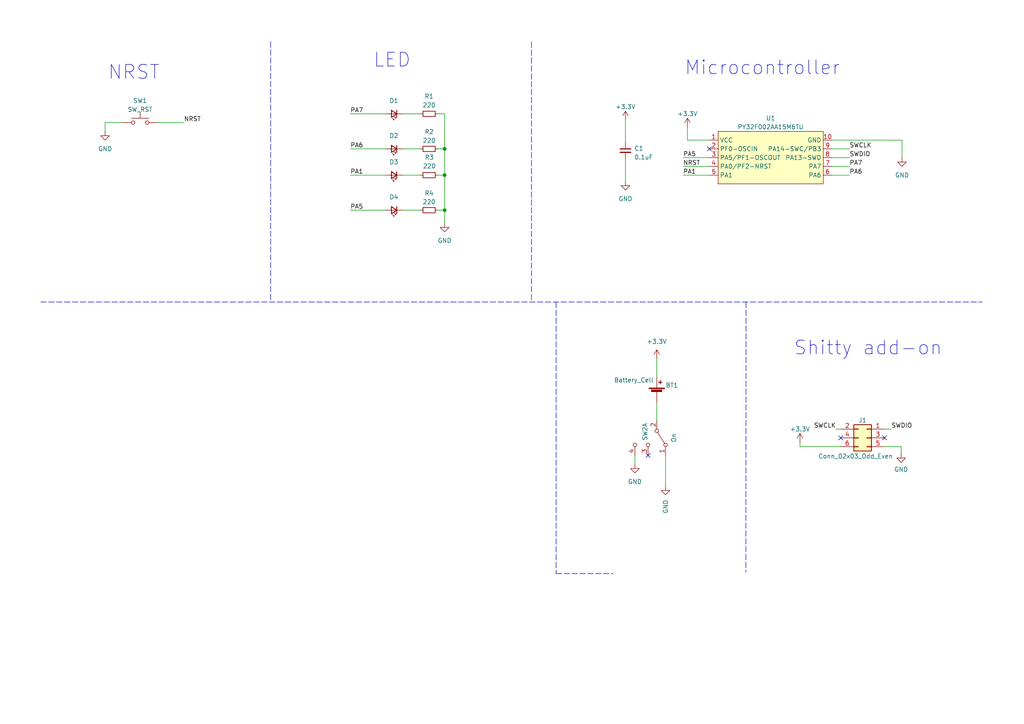
<source format=kicad_sch>
(kicad_sch
	(version 20231120)
	(generator "eeschema")
	(generator_version "8.0")
	(uuid "981b7065-c99a-4a57-aa85-fea00393bf5b")
	(paper "A4")
	(lib_symbols
		(symbol "Connector_Generic:Conn_02x03_Odd_Even"
			(pin_names
				(offset 1.016) hide)
			(exclude_from_sim no)
			(in_bom yes)
			(on_board yes)
			(property "Reference" "J"
				(at 1.27 5.08 0)
				(effects
					(font
						(size 1.27 1.27)
					)
				)
			)
			(property "Value" "Conn_02x03_Odd_Even"
				(at 1.27 -5.08 0)
				(effects
					(font
						(size 1.27 1.27)
					)
				)
			)
			(property "Footprint" ""
				(at 0 0 0)
				(effects
					(font
						(size 1.27 1.27)
					)
					(hide yes)
				)
			)
			(property "Datasheet" "~"
				(at 0 0 0)
				(effects
					(font
						(size 1.27 1.27)
					)
					(hide yes)
				)
			)
			(property "Description" "Generic connector, double row, 02x03, odd/even pin numbering scheme (row 1 odd numbers, row 2 even numbers), script generated (kicad-library-utils/schlib/autogen/connector/)"
				(at 0 0 0)
				(effects
					(font
						(size 1.27 1.27)
					)
					(hide yes)
				)
			)
			(property "ki_keywords" "connector"
				(at 0 0 0)
				(effects
					(font
						(size 1.27 1.27)
					)
					(hide yes)
				)
			)
			(property "ki_fp_filters" "Connector*:*_2x??_*"
				(at 0 0 0)
				(effects
					(font
						(size 1.27 1.27)
					)
					(hide yes)
				)
			)
			(symbol "Conn_02x03_Odd_Even_1_1"
				(rectangle
					(start -1.27 -2.413)
					(end 0 -2.667)
					(stroke
						(width 0.1524)
						(type default)
					)
					(fill
						(type none)
					)
				)
				(rectangle
					(start -1.27 0.127)
					(end 0 -0.127)
					(stroke
						(width 0.1524)
						(type default)
					)
					(fill
						(type none)
					)
				)
				(rectangle
					(start -1.27 2.667)
					(end 0 2.413)
					(stroke
						(width 0.1524)
						(type default)
					)
					(fill
						(type none)
					)
				)
				(rectangle
					(start -1.27 3.81)
					(end 3.81 -3.81)
					(stroke
						(width 0.254)
						(type default)
					)
					(fill
						(type background)
					)
				)
				(rectangle
					(start 3.81 -2.413)
					(end 2.54 -2.667)
					(stroke
						(width 0.1524)
						(type default)
					)
					(fill
						(type none)
					)
				)
				(rectangle
					(start 3.81 0.127)
					(end 2.54 -0.127)
					(stroke
						(width 0.1524)
						(type default)
					)
					(fill
						(type none)
					)
				)
				(rectangle
					(start 3.81 2.667)
					(end 2.54 2.413)
					(stroke
						(width 0.1524)
						(type default)
					)
					(fill
						(type none)
					)
				)
				(pin passive line
					(at -5.08 2.54 0)
					(length 3.81)
					(name "Pin_1"
						(effects
							(font
								(size 1.27 1.27)
							)
						)
					)
					(number "1"
						(effects
							(font
								(size 1.27 1.27)
							)
						)
					)
				)
				(pin passive line
					(at 7.62 2.54 180)
					(length 3.81)
					(name "Pin_2"
						(effects
							(font
								(size 1.27 1.27)
							)
						)
					)
					(number "2"
						(effects
							(font
								(size 1.27 1.27)
							)
						)
					)
				)
				(pin passive line
					(at -5.08 0 0)
					(length 3.81)
					(name "Pin_3"
						(effects
							(font
								(size 1.27 1.27)
							)
						)
					)
					(number "3"
						(effects
							(font
								(size 1.27 1.27)
							)
						)
					)
				)
				(pin passive line
					(at 7.62 0 180)
					(length 3.81)
					(name "Pin_4"
						(effects
							(font
								(size 1.27 1.27)
							)
						)
					)
					(number "4"
						(effects
							(font
								(size 1.27 1.27)
							)
						)
					)
				)
				(pin passive line
					(at -5.08 -2.54 0)
					(length 3.81)
					(name "Pin_5"
						(effects
							(font
								(size 1.27 1.27)
							)
						)
					)
					(number "5"
						(effects
							(font
								(size 1.27 1.27)
							)
						)
					)
				)
				(pin passive line
					(at 7.62 -2.54 180)
					(length 3.81)
					(name "Pin_6"
						(effects
							(font
								(size 1.27 1.27)
							)
						)
					)
					(number "6"
						(effects
							(font
								(size 1.27 1.27)
							)
						)
					)
				)
			)
		)
		(symbol "Device:Battery_Cell"
			(pin_numbers hide)
			(pin_names
				(offset 0) hide)
			(exclude_from_sim no)
			(in_bom yes)
			(on_board yes)
			(property "Reference" "BT1"
				(at 2.54 2.54 0)
				(effects
					(font
						(size 1.27 1.27)
					)
					(justify left)
				)
			)
			(property "Value" "Battery_Cell"
				(at -12.446 4.064 0)
				(effects
					(font
						(size 1.27 1.27)
					)
					(justify left)
				)
			)
			(property "Footprint" "Batteries:BAT-HLD-001"
				(at 0 1.524 90)
				(effects
					(font
						(size 1.27 1.27)
					)
					(hide yes)
				)
			)
			(property "Datasheet" ""
				(at 0 1.524 90)
				(effects
					(font
						(size 1.27 1.27)
					)
				)
			)
			(property "Description" "Single-cell battery"
				(at 0 0 0)
				(effects
					(font
						(size 1.27 1.27)
					)
					(hide yes)
				)
			)
			(property "LCSC#" ""
				(at 0 0 0)
				(effects
					(font
						(size 1.27 1.27)
					)
					(hide yes)
				)
			)
			(property "manf#" "BAT-HLD-001"
				(at 0 0 0)
				(effects
					(font
						(size 1.27 1.27)
					)
					(hide yes)
				)
			)
			(property "ki_keywords" "battery cell"
				(at 0 0 0)
				(effects
					(font
						(size 1.27 1.27)
					)
					(hide yes)
				)
			)
			(symbol "Battery_Cell_0_1"
				(rectangle
					(start -2.286 1.778)
					(end 2.286 1.524)
					(stroke
						(width 0)
						(type default)
					)
					(fill
						(type outline)
					)
				)
				(rectangle
					(start -1.5748 1.1938)
					(end 1.4732 0.6858)
					(stroke
						(width 0)
						(type default)
					)
					(fill
						(type outline)
					)
				)
				(polyline
					(pts
						(xy 0 0.762) (xy 0 0)
					)
					(stroke
						(width 0)
						(type default)
					)
					(fill
						(type none)
					)
				)
				(polyline
					(pts
						(xy 0 1.778) (xy 0 2.54)
					)
					(stroke
						(width 0)
						(type default)
					)
					(fill
						(type none)
					)
				)
				(polyline
					(pts
						(xy 0.508 3.429) (xy 1.524 3.429)
					)
					(stroke
						(width 0.254)
						(type default)
					)
					(fill
						(type none)
					)
				)
				(polyline
					(pts
						(xy 1.016 3.937) (xy 1.016 2.921)
					)
					(stroke
						(width 0.254)
						(type default)
					)
					(fill
						(type none)
					)
				)
			)
			(symbol "Battery_Cell_1_1"
				(pin passive line
					(at 0 -2.54 90)
					(length 2.54)
					(name "-"
						(effects
							(font
								(size 1.27 1.27)
							)
						)
					)
					(number "1"
						(effects
							(font
								(size 1.27 1.27)
							)
						)
					)
				)
				(pin passive line
					(at 0 5.08 270)
					(length 2.54)
					(name "+"
						(effects
							(font
								(size 1.27 1.27)
							)
						)
					)
					(number "2"
						(effects
							(font
								(size 1.27 1.27)
							)
						)
					)
				)
			)
		)
		(symbol "Device:C_Small"
			(pin_numbers hide)
			(pin_names
				(offset 0.254) hide)
			(exclude_from_sim no)
			(in_bom yes)
			(on_board yes)
			(property "Reference" "C"
				(at 0.254 1.778 0)
				(effects
					(font
						(size 1.27 1.27)
					)
					(justify left)
				)
			)
			(property "Value" "C_Small"
				(at 0.254 -2.032 0)
				(effects
					(font
						(size 1.27 1.27)
					)
					(justify left)
				)
			)
			(property "Footprint" ""
				(at 0 0 0)
				(effects
					(font
						(size 1.27 1.27)
					)
					(hide yes)
				)
			)
			(property "Datasheet" "~"
				(at 0 0 0)
				(effects
					(font
						(size 1.27 1.27)
					)
					(hide yes)
				)
			)
			(property "Description" "Unpolarized capacitor, small symbol"
				(at 0 0 0)
				(effects
					(font
						(size 1.27 1.27)
					)
					(hide yes)
				)
			)
			(property "ki_keywords" "capacitor cap"
				(at 0 0 0)
				(effects
					(font
						(size 1.27 1.27)
					)
					(hide yes)
				)
			)
			(property "ki_fp_filters" "C_*"
				(at 0 0 0)
				(effects
					(font
						(size 1.27 1.27)
					)
					(hide yes)
				)
			)
			(symbol "C_Small_0_1"
				(polyline
					(pts
						(xy -1.524 -0.508) (xy 1.524 -0.508)
					)
					(stroke
						(width 0.3302)
						(type default)
					)
					(fill
						(type none)
					)
				)
				(polyline
					(pts
						(xy -1.524 0.508) (xy 1.524 0.508)
					)
					(stroke
						(width 0.3048)
						(type default)
					)
					(fill
						(type none)
					)
				)
			)
			(symbol "C_Small_1_1"
				(pin passive line
					(at 0 2.54 270)
					(length 2.032)
					(name "~"
						(effects
							(font
								(size 1.27 1.27)
							)
						)
					)
					(number "1"
						(effects
							(font
								(size 1.27 1.27)
							)
						)
					)
				)
				(pin passive line
					(at 0 -2.54 90)
					(length 2.032)
					(name "~"
						(effects
							(font
								(size 1.27 1.27)
							)
						)
					)
					(number "2"
						(effects
							(font
								(size 1.27 1.27)
							)
						)
					)
				)
			)
		)
		(symbol "Device:LED_Small"
			(pin_numbers hide)
			(pin_names
				(offset 0.254) hide)
			(exclude_from_sim no)
			(in_bom yes)
			(on_board yes)
			(property "Reference" "D"
				(at -1.27 3.175 0)
				(effects
					(font
						(size 1.27 1.27)
					)
					(justify left)
				)
			)
			(property "Value" "LED_Small"
				(at -4.445 -2.54 0)
				(effects
					(font
						(size 1.27 1.27)
					)
					(justify left)
				)
			)
			(property "Footprint" ""
				(at 0 0 90)
				(effects
					(font
						(size 1.27 1.27)
					)
					(hide yes)
				)
			)
			(property "Datasheet" "~"
				(at 0 0 90)
				(effects
					(font
						(size 1.27 1.27)
					)
					(hide yes)
				)
			)
			(property "Description" "Light emitting diode, small symbol"
				(at 0 0 0)
				(effects
					(font
						(size 1.27 1.27)
					)
					(hide yes)
				)
			)
			(property "ki_keywords" "LED diode light-emitting-diode"
				(at 0 0 0)
				(effects
					(font
						(size 1.27 1.27)
					)
					(hide yes)
				)
			)
			(property "ki_fp_filters" "LED* LED_SMD:* LED_THT:*"
				(at 0 0 0)
				(effects
					(font
						(size 1.27 1.27)
					)
					(hide yes)
				)
			)
			(symbol "LED_Small_0_1"
				(polyline
					(pts
						(xy -0.762 -1.016) (xy -0.762 1.016)
					)
					(stroke
						(width 0.254)
						(type default)
					)
					(fill
						(type none)
					)
				)
				(polyline
					(pts
						(xy 1.016 0) (xy -0.762 0)
					)
					(stroke
						(width 0)
						(type default)
					)
					(fill
						(type none)
					)
				)
				(polyline
					(pts
						(xy 0.762 -1.016) (xy -0.762 0) (xy 0.762 1.016) (xy 0.762 -1.016)
					)
					(stroke
						(width 0.254)
						(type default)
					)
					(fill
						(type none)
					)
				)
				(polyline
					(pts
						(xy 0 0.762) (xy -0.508 1.27) (xy -0.254 1.27) (xy -0.508 1.27) (xy -0.508 1.016)
					)
					(stroke
						(width 0)
						(type default)
					)
					(fill
						(type none)
					)
				)
				(polyline
					(pts
						(xy 0.508 1.27) (xy 0 1.778) (xy 0.254 1.778) (xy 0 1.778) (xy 0 1.524)
					)
					(stroke
						(width 0)
						(type default)
					)
					(fill
						(type none)
					)
				)
			)
			(symbol "LED_Small_1_1"
				(pin passive line
					(at -2.54 0 0)
					(length 1.778)
					(name "K"
						(effects
							(font
								(size 1.27 1.27)
							)
						)
					)
					(number "1"
						(effects
							(font
								(size 1.27 1.27)
							)
						)
					)
				)
				(pin passive line
					(at 2.54 0 180)
					(length 1.778)
					(name "A"
						(effects
							(font
								(size 1.27 1.27)
							)
						)
					)
					(number "2"
						(effects
							(font
								(size 1.27 1.27)
							)
						)
					)
				)
			)
		)
		(symbol "Device:R_Small"
			(pin_numbers hide)
			(pin_names
				(offset 0.254) hide)
			(exclude_from_sim no)
			(in_bom yes)
			(on_board yes)
			(property "Reference" "R"
				(at 0.762 0.508 0)
				(effects
					(font
						(size 1.27 1.27)
					)
					(justify left)
				)
			)
			(property "Value" "R_Small"
				(at 0.762 -1.016 0)
				(effects
					(font
						(size 1.27 1.27)
					)
					(justify left)
				)
			)
			(property "Footprint" ""
				(at 0 0 0)
				(effects
					(font
						(size 1.27 1.27)
					)
					(hide yes)
				)
			)
			(property "Datasheet" "~"
				(at 0 0 0)
				(effects
					(font
						(size 1.27 1.27)
					)
					(hide yes)
				)
			)
			(property "Description" "Resistor, small symbol"
				(at 0 0 0)
				(effects
					(font
						(size 1.27 1.27)
					)
					(hide yes)
				)
			)
			(property "ki_keywords" "R resistor"
				(at 0 0 0)
				(effects
					(font
						(size 1.27 1.27)
					)
					(hide yes)
				)
			)
			(property "ki_fp_filters" "R_*"
				(at 0 0 0)
				(effects
					(font
						(size 1.27 1.27)
					)
					(hide yes)
				)
			)
			(symbol "R_Small_0_1"
				(rectangle
					(start -0.762 1.778)
					(end 0.762 -1.778)
					(stroke
						(width 0.2032)
						(type default)
					)
					(fill
						(type none)
					)
				)
			)
			(symbol "R_Small_1_1"
				(pin passive line
					(at 0 2.54 270)
					(length 0.762)
					(name "~"
						(effects
							(font
								(size 1.27 1.27)
							)
						)
					)
					(number "1"
						(effects
							(font
								(size 1.27 1.27)
							)
						)
					)
				)
				(pin passive line
					(at 0 -2.54 90)
					(length 0.762)
					(name "~"
						(effects
							(font
								(size 1.27 1.27)
							)
						)
					)
					(number "2"
						(effects
							(font
								(size 1.27 1.27)
							)
						)
					)
				)
			)
		)
		(symbol "MCU_PY32F002:PY32F002AA15M6TU"
			(exclude_from_sim no)
			(in_bom yes)
			(on_board yes)
			(property "Reference" "U"
				(at 0 0 0)
				(effects
					(font
						(size 1.27 1.27)
					)
				)
			)
			(property "Value" "PY32F002AA15M6TU"
				(at 6.35 -17.78 0)
				(effects
					(font
						(size 1.27 1.27)
					)
				)
			)
			(property "Footprint" ""
				(at 0 0 0)
				(effects
					(font
						(size 1.27 1.27)
					)
					(hide yes)
				)
			)
			(property "Datasheet" "https://datasheet.lcsc.com/lcsc/2303271200_PUYA--PY32F002AA15M6TU_C5292058.pdf"
				(at 8.89 -20.32 0)
				(effects
					(font
						(size 1.27 1.27)
					)
					(hide yes)
				)
			)
			(property "Description" ""
				(at 0 0 0)
				(effects
					(font
						(size 1.27 1.27)
					)
					(hide yes)
				)
			)
			(symbol "PY32F002AA15M6TU_1_1"
				(rectangle
					(start -3.81 -1.27)
					(end 26.67 -16.51)
					(stroke
						(width 0)
						(type default)
					)
					(fill
						(type background)
					)
				)
				(pin input line
					(at -6.35 -3.81 0)
					(length 2.54)
					(name "VCC"
						(effects
							(font
								(size 1.27 1.27)
							)
						)
					)
					(number "1"
						(effects
							(font
								(size 1.27 1.27)
							)
						)
					)
				)
				(pin input line
					(at 29.21 -3.81 180)
					(length 2.54)
					(name "GND"
						(effects
							(font
								(size 1.27 1.27)
							)
						)
					)
					(number "10"
						(effects
							(font
								(size 1.27 1.27)
							)
						)
					)
				)
				(pin input line
					(at -6.35 -6.35 0)
					(length 2.54)
					(name "PF0-OSCIN"
						(effects
							(font
								(size 1.27 1.27)
							)
						)
					)
					(number "2"
						(effects
							(font
								(size 1.27 1.27)
							)
						)
					)
				)
				(pin input line
					(at -6.35 -8.89 0)
					(length 2.54)
					(name "PA5/PF1-OSCOUT"
						(effects
							(font
								(size 1.27 1.27)
							)
						)
					)
					(number "3"
						(effects
							(font
								(size 1.27 1.27)
							)
						)
					)
				)
				(pin input line
					(at -6.35 -11.43 0)
					(length 2.54)
					(name "PA0/PF2-NRST"
						(effects
							(font
								(size 1.27 1.27)
							)
						)
					)
					(number "4"
						(effects
							(font
								(size 1.27 1.27)
							)
						)
					)
				)
				(pin input line
					(at -6.35 -13.97 0)
					(length 2.54)
					(name "PA1"
						(effects
							(font
								(size 1.27 1.27)
							)
						)
					)
					(number "5"
						(effects
							(font
								(size 1.27 1.27)
							)
						)
					)
				)
				(pin input line
					(at 29.21 -13.97 180)
					(length 2.54)
					(name "PA6"
						(effects
							(font
								(size 1.27 1.27)
							)
						)
					)
					(number "6"
						(effects
							(font
								(size 1.27 1.27)
							)
						)
					)
				)
				(pin input line
					(at 29.21 -11.43 180)
					(length 2.54)
					(name "PA7"
						(effects
							(font
								(size 1.27 1.27)
							)
						)
					)
					(number "7"
						(effects
							(font
								(size 1.27 1.27)
							)
						)
					)
				)
				(pin input line
					(at 29.21 -8.89 180)
					(length 2.54)
					(name "PA13-SWD"
						(effects
							(font
								(size 1.27 1.27)
							)
						)
					)
					(number "8"
						(effects
							(font
								(size 1.27 1.27)
							)
						)
					)
				)
				(pin input line
					(at 29.21 -6.35 180)
					(length 2.54)
					(name "PA14-SWC/PB3"
						(effects
							(font
								(size 1.27 1.27)
							)
						)
					)
					(number "9"
						(effects
							(font
								(size 1.27 1.27)
							)
						)
					)
				)
			)
		)
		(symbol "Switch:SW_DPDT_x2"
			(pin_names
				(offset 0) hide)
			(exclude_from_sim no)
			(in_bom yes)
			(on_board yes)
			(property "Reference" "SW2"
				(at -1.778 -3.429 0)
				(effects
					(font
						(size 1.27 1.27)
					)
				)
			)
			(property "Value" "On"
				(at 0 4.9276 0)
				(effects
					(font
						(size 1.27 1.27)
					)
				)
			)
			(property "Footprint" "Footprints:MSK12C02"
				(at 0 0 0)
				(effects
					(font
						(size 1.27 1.27)
					)
					(hide yes)
				)
			)
			(property "Datasheet" "~"
				(at 0 0 0)
				(effects
					(font
						(size 1.27 1.27)
					)
					(hide yes)
				)
			)
			(property "Description" "Switch, dual pole double throw, separate symbols"
				(at 0 0 0)
				(effects
					(font
						(size 1.27 1.27)
					)
					(hide yes)
				)
			)
			(property "manf#" ""
				(at 0 0 0)
				(effects
					(font
						(size 1.27 1.27)
					)
					(hide yes)
				)
			)
			(property "LCSC#" "C431540"
				(at 0 0 0)
				(effects
					(font
						(size 1.27 1.27)
					)
					(hide yes)
				)
			)
			(property "ki_keywords" "switch dual-pole double-throw DPDT spdt ON-ON"
				(at 0 0 0)
				(effects
					(font
						(size 1.27 1.27)
					)
					(hide yes)
				)
			)
			(property "ki_fp_filters" "SW*DPDT*"
				(at 0 0 0)
				(effects
					(font
						(size 1.27 1.27)
					)
					(hide yes)
				)
			)
			(symbol "SW_DPDT_x2_0_0"
				(circle
					(center -2.032 0)
					(radius 0.508)
					(stroke
						(width 0)
						(type default)
					)
					(fill
						(type none)
					)
				)
				(circle
					(center 2.032 -6.35)
					(radius 0.508)
					(stroke
						(width 0)
						(type default)
					)
					(fill
						(type none)
					)
				)
				(circle
					(center 2.032 -2.54)
					(radius 0.508)
					(stroke
						(width 0)
						(type default)
					)
					(fill
						(type none)
					)
				)
			)
			(symbol "SW_DPDT_x2_0_1"
				(polyline
					(pts
						(xy -1.524 0.254) (xy 1.651 2.286)
					)
					(stroke
						(width 0)
						(type default)
					)
					(fill
						(type none)
					)
				)
				(circle
					(center 2.032 2.54)
					(radius 0.508)
					(stroke
						(width 0)
						(type default)
					)
					(fill
						(type none)
					)
				)
			)
			(symbol "SW_DPDT_x2_1_1"
				(pin passive line
					(at 5.08 2.54 180)
					(length 2.54)
					(name "A"
						(effects
							(font
								(size 1.27 1.27)
							)
						)
					)
					(number "1"
						(effects
							(font
								(size 1.27 1.27)
							)
						)
					)
				)
				(pin passive line
					(at -5.08 0 0)
					(length 2.54)
					(name "B"
						(effects
							(font
								(size 1.27 1.27)
							)
						)
					)
					(number "2"
						(effects
							(font
								(size 1.27 1.27)
							)
						)
					)
				)
				(pin passive line
					(at 5.08 -2.54 180)
					(length 2.54)
					(name "C"
						(effects
							(font
								(size 1.27 1.27)
							)
						)
					)
					(number "3"
						(effects
							(font
								(size 1.27 1.27)
							)
						)
					)
				)
				(pin passive line
					(at 5.08 -6.35 180)
					(length 2.54)
					(name "C"
						(effects
							(font
								(size 1.27 1.27)
							)
						)
					)
					(number "4"
						(effects
							(font
								(size 1.27 1.27)
							)
						)
					)
				)
			)
			(symbol "SW_DPDT_x2_2_1"
				(pin passive line
					(at 5.08 2.54 180)
					(length 2.54)
					(name "A"
						(effects
							(font
								(size 1.27 1.27)
							)
						)
					)
					(number "4"
						(effects
							(font
								(size 1.27 1.27)
							)
						)
					)
				)
				(pin passive line
					(at -5.08 0 0)
					(length 2.54)
					(name "B"
						(effects
							(font
								(size 1.27 1.27)
							)
						)
					)
					(number "5"
						(effects
							(font
								(size 1.27 1.27)
							)
						)
					)
				)
				(pin passive line
					(at 5.08 -2.54 180)
					(length 2.54)
					(name "C"
						(effects
							(font
								(size 1.27 1.27)
							)
						)
					)
					(number "6"
						(effects
							(font
								(size 1.27 1.27)
							)
						)
					)
				)
			)
		)
		(symbol "Switch:SW_Push"
			(pin_numbers hide)
			(pin_names
				(offset 1.016) hide)
			(exclude_from_sim no)
			(in_bom yes)
			(on_board yes)
			(property "Reference" "SW"
				(at 1.27 2.54 0)
				(effects
					(font
						(size 1.27 1.27)
					)
					(justify left)
				)
			)
			(property "Value" "SW_Push"
				(at 0 -1.524 0)
				(effects
					(font
						(size 1.27 1.27)
					)
				)
			)
			(property "Footprint" ""
				(at 0 5.08 0)
				(effects
					(font
						(size 1.27 1.27)
					)
					(hide yes)
				)
			)
			(property "Datasheet" "~"
				(at 0 5.08 0)
				(effects
					(font
						(size 1.27 1.27)
					)
					(hide yes)
				)
			)
			(property "Description" "Push button switch, generic, two pins"
				(at 0 0 0)
				(effects
					(font
						(size 1.27 1.27)
					)
					(hide yes)
				)
			)
			(property "ki_keywords" "switch normally-open pushbutton push-button"
				(at 0 0 0)
				(effects
					(font
						(size 1.27 1.27)
					)
					(hide yes)
				)
			)
			(symbol "SW_Push_0_1"
				(circle
					(center -2.032 0)
					(radius 0.508)
					(stroke
						(width 0)
						(type default)
					)
					(fill
						(type none)
					)
				)
				(polyline
					(pts
						(xy 0 1.27) (xy 0 3.048)
					)
					(stroke
						(width 0)
						(type default)
					)
					(fill
						(type none)
					)
				)
				(polyline
					(pts
						(xy 2.54 1.27) (xy -2.54 1.27)
					)
					(stroke
						(width 0)
						(type default)
					)
					(fill
						(type none)
					)
				)
				(circle
					(center 2.032 0)
					(radius 0.508)
					(stroke
						(width 0)
						(type default)
					)
					(fill
						(type none)
					)
				)
				(pin passive line
					(at -5.08 0 0)
					(length 2.54)
					(name "1"
						(effects
							(font
								(size 1.27 1.27)
							)
						)
					)
					(number "1"
						(effects
							(font
								(size 1.27 1.27)
							)
						)
					)
				)
				(pin passive line
					(at 5.08 0 180)
					(length 2.54)
					(name "2"
						(effects
							(font
								(size 1.27 1.27)
							)
						)
					)
					(number "2"
						(effects
							(font
								(size 1.27 1.27)
							)
						)
					)
				)
			)
		)
		(symbol "power:+3.3V"
			(power)
			(pin_names
				(offset 0)
			)
			(exclude_from_sim no)
			(in_bom yes)
			(on_board yes)
			(property "Reference" "#PWR"
				(at 0 -3.81 0)
				(effects
					(font
						(size 1.27 1.27)
					)
					(hide yes)
				)
			)
			(property "Value" "+3.3V"
				(at 0 3.556 0)
				(effects
					(font
						(size 1.27 1.27)
					)
				)
			)
			(property "Footprint" ""
				(at 0 0 0)
				(effects
					(font
						(size 1.27 1.27)
					)
					(hide yes)
				)
			)
			(property "Datasheet" ""
				(at 0 0 0)
				(effects
					(font
						(size 1.27 1.27)
					)
					(hide yes)
				)
			)
			(property "Description" "Power symbol creates a global label with name \"+3.3V\""
				(at 0 0 0)
				(effects
					(font
						(size 1.27 1.27)
					)
					(hide yes)
				)
			)
			(property "ki_keywords" "global power"
				(at 0 0 0)
				(effects
					(font
						(size 1.27 1.27)
					)
					(hide yes)
				)
			)
			(symbol "+3.3V_0_1"
				(polyline
					(pts
						(xy -0.762 1.27) (xy 0 2.54)
					)
					(stroke
						(width 0)
						(type default)
					)
					(fill
						(type none)
					)
				)
				(polyline
					(pts
						(xy 0 0) (xy 0 2.54)
					)
					(stroke
						(width 0)
						(type default)
					)
					(fill
						(type none)
					)
				)
				(polyline
					(pts
						(xy 0 2.54) (xy 0.762 1.27)
					)
					(stroke
						(width 0)
						(type default)
					)
					(fill
						(type none)
					)
				)
			)
			(symbol "+3.3V_1_1"
				(pin power_in line
					(at 0 0 90)
					(length 0) hide
					(name "+3.3V"
						(effects
							(font
								(size 1.27 1.27)
							)
						)
					)
					(number "1"
						(effects
							(font
								(size 1.27 1.27)
							)
						)
					)
				)
			)
		)
		(symbol "power:GND"
			(power)
			(pin_names
				(offset 0)
			)
			(exclude_from_sim no)
			(in_bom yes)
			(on_board yes)
			(property "Reference" "#PWR"
				(at 0 -6.35 0)
				(effects
					(font
						(size 1.27 1.27)
					)
					(hide yes)
				)
			)
			(property "Value" "GND"
				(at 0 -3.81 0)
				(effects
					(font
						(size 1.27 1.27)
					)
				)
			)
			(property "Footprint" ""
				(at 0 0 0)
				(effects
					(font
						(size 1.27 1.27)
					)
					(hide yes)
				)
			)
			(property "Datasheet" ""
				(at 0 0 0)
				(effects
					(font
						(size 1.27 1.27)
					)
					(hide yes)
				)
			)
			(property "Description" "Power symbol creates a global label with name \"GND\" , ground"
				(at 0 0 0)
				(effects
					(font
						(size 1.27 1.27)
					)
					(hide yes)
				)
			)
			(property "ki_keywords" "global power"
				(at 0 0 0)
				(effects
					(font
						(size 1.27 1.27)
					)
					(hide yes)
				)
			)
			(symbol "GND_0_1"
				(polyline
					(pts
						(xy 0 0) (xy 0 -1.27) (xy 1.27 -1.27) (xy 0 -2.54) (xy -1.27 -1.27) (xy 0 -1.27)
					)
					(stroke
						(width 0)
						(type default)
					)
					(fill
						(type none)
					)
				)
			)
			(symbol "GND_1_1"
				(pin power_in line
					(at 0 0 270)
					(length 0) hide
					(name "GND"
						(effects
							(font
								(size 1.27 1.27)
							)
						)
					)
					(number "1"
						(effects
							(font
								(size 1.27 1.27)
							)
						)
					)
				)
			)
		)
	)
	(junction
		(at 128.9558 50.8)
		(diameter 0)
		(color 0 0 0 0)
		(uuid "22988815-a5e6-423a-ba6d-768d399840e5")
	)
	(junction
		(at 128.9558 43.18)
		(diameter 0)
		(color 0 0 0 0)
		(uuid "4ac0d79e-f1ff-48ec-bddf-298ce76fda95")
	)
	(junction
		(at 128.9558 60.96)
		(diameter 0)
		(color 0 0 0 0)
		(uuid "c0051ac1-af9d-48cc-bc21-f6e2aaa1adb8")
	)
	(no_connect
		(at 205.74 43.18)
		(uuid "3926f22b-8161-4243-b77b-e97bc66c4449")
	)
	(no_connect
		(at 243.84 127)
		(uuid "cb1aff31-bcc4-4367-9a44-a081299f4549")
	)
	(no_connect
		(at 187.96 132.08)
		(uuid "e6d2745b-a8df-4eed-957c-643d928eac39")
	)
	(no_connect
		(at 256.54 127)
		(uuid "f2769304-7ae4-4aa0-b894-bc08ac6b43ea")
	)
	(wire
		(pts
			(xy 193.04 132.08) (xy 193.04 140.97)
		)
		(stroke
			(width 0)
			(type default)
		)
		(uuid "00f8a09c-661e-4805-8445-c7ba0896a70f")
	)
	(wire
		(pts
			(xy 241.3 43.18) (xy 246.38 43.18)
		)
		(stroke
			(width 0)
			(type default)
		)
		(uuid "02f214d0-20c3-4374-a431-9e504650b672")
	)
	(wire
		(pts
			(xy 190.5 116.84) (xy 190.5 121.92)
		)
		(stroke
			(width 0)
			(type default)
		)
		(uuid "08ac327e-b953-446f-b632-9d557297dcfd")
	)
	(wire
		(pts
			(xy 101.6 33.02) (xy 111.76 33.02)
		)
		(stroke
			(width 0)
			(type default)
		)
		(uuid "124c8098-c975-4264-8ce3-47027126c7d3")
	)
	(wire
		(pts
			(xy 205.74 40.64) (xy 199.39 40.64)
		)
		(stroke
			(width 0)
			(type default)
		)
		(uuid "129ad4e0-90bc-4f6e-b79e-cc79fe2956ff")
	)
	(wire
		(pts
			(xy 128.9558 60.96) (xy 128.9558 64.6938)
		)
		(stroke
			(width 0)
			(type default)
		)
		(uuid "1a7ccaf0-d2c9-4525-b770-95e130b9e2a9")
	)
	(wire
		(pts
			(xy 127 43.18) (xy 128.9558 43.18)
		)
		(stroke
			(width 0)
			(type default)
		)
		(uuid "1e8d2af3-a108-482b-8cf5-f77388ba0342")
	)
	(wire
		(pts
			(xy 190.5 104.013) (xy 190.5 109.22)
		)
		(stroke
			(width 0)
			(type default)
		)
		(uuid "2140d662-a10d-4f64-8c4c-a68ebe9aa81b")
	)
	(polyline
		(pts
			(xy 161.29 87.63) (xy 161.29 166.37)
		)
		(stroke
			(width 0)
			(type dash)
		)
		(uuid "233c5d65-d9bd-40ce-b5be-81f48caf52a2")
	)
	(wire
		(pts
			(xy 232.029 129.54) (xy 243.84 129.54)
		)
		(stroke
			(width 0)
			(type default)
		)
		(uuid "265737f5-8b41-4ec8-a347-ac4eca1d3ba4")
	)
	(wire
		(pts
			(xy 128.9558 50.8) (xy 128.9558 60.96)
		)
		(stroke
			(width 0)
			(type default)
		)
		(uuid "372de5f1-095f-474e-9882-7384e419c671")
	)
	(wire
		(pts
			(xy 241.3 45.72) (xy 246.38 45.72)
		)
		(stroke
			(width 0)
			(type default)
		)
		(uuid "40f605b6-f58d-47e9-ae62-7785019e5aa0")
	)
	(wire
		(pts
			(xy 199.39 40.64) (xy 199.39 36.83)
		)
		(stroke
			(width 0)
			(type default)
		)
		(uuid "470668b9-127f-4aaa-9610-206365cc84ff")
	)
	(polyline
		(pts
			(xy 11.811 87.6046) (xy 284.861 87.6046)
		)
		(stroke
			(width 0)
			(type dash)
		)
		(uuid "4aebd070-2197-4399-82b2-9259447bd838")
	)
	(wire
		(pts
			(xy 127 60.96) (xy 128.9558 60.96)
		)
		(stroke
			(width 0)
			(type default)
		)
		(uuid "5115d838-23ed-45d4-9a1a-e8773fabba62")
	)
	(wire
		(pts
			(xy 45.72 35.56) (xy 53.34 35.56)
		)
		(stroke
			(width 0)
			(type default)
		)
		(uuid "54d1901a-b6d5-42ec-8269-7dca80ff22e2")
	)
	(wire
		(pts
			(xy 116.84 60.96) (xy 121.92 60.96)
		)
		(stroke
			(width 0)
			(type default)
		)
		(uuid "5e873d96-dcd9-4ed0-9454-281a4c234e52")
	)
	(wire
		(pts
			(xy 128.9558 43.18) (xy 128.9558 50.8)
		)
		(stroke
			(width 0)
			(type default)
		)
		(uuid "608556c4-39e2-4b16-a2b0-824db3d90294")
	)
	(wire
		(pts
			(xy 116.84 33.02) (xy 121.92 33.02)
		)
		(stroke
			(width 0)
			(type default)
		)
		(uuid "61d85249-2851-40cc-931a-f8d6083e102a")
	)
	(wire
		(pts
			(xy 257.7846 40.6654) (xy 261.62 40.6654)
		)
		(stroke
			(width 0)
			(type default)
		)
		(uuid "64a665d8-3e74-472d-8a10-91927d428ad6")
	)
	(wire
		(pts
			(xy 198.12 45.72) (xy 205.74 45.72)
		)
		(stroke
			(width 0)
			(type default)
		)
		(uuid "6834f4ed-f269-413d-bf8f-afc2758e1db3")
	)
	(wire
		(pts
			(xy 101.6 60.96) (xy 111.76 60.96)
		)
		(stroke
			(width 0)
			(type default)
		)
		(uuid "68b0aa39-e402-4fec-a811-b867d129abb8")
	)
	(polyline
		(pts
			(xy 161.29 166.37) (xy 177.8 166.37)
		)
		(stroke
			(width 0)
			(type dash)
		)
		(uuid "69a6f52e-dd10-4592-b8d0-22d29a7cbf35")
	)
	(wire
		(pts
			(xy 127 50.8) (xy 128.9558 50.8)
		)
		(stroke
			(width 0)
			(type default)
		)
		(uuid "7766ac38-4e62-4a80-971b-86367d4f1649")
	)
	(wire
		(pts
			(xy 116.84 50.8) (xy 121.92 50.8)
		)
		(stroke
			(width 0)
			(type default)
		)
		(uuid "7a1f71a0-d7c0-448d-b4f4-6b2744ec5b59")
	)
	(wire
		(pts
			(xy 101.6 43.18) (xy 111.76 43.18)
		)
		(stroke
			(width 0)
			(type default)
		)
		(uuid "7a8f0198-28e3-438f-8924-0b49c0c91ba1")
	)
	(wire
		(pts
			(xy 258.5212 124.46) (xy 256.54 124.46)
		)
		(stroke
			(width 0)
			(type default)
		)
		(uuid "7d2293bf-93ea-4e73-89ca-dafe823b2376")
	)
	(wire
		(pts
			(xy 184.15 132.08) (xy 184.15 134.62)
		)
		(stroke
			(width 0)
			(type default)
		)
		(uuid "88705444-64df-4954-bc36-37ffee01d40a")
	)
	(wire
		(pts
			(xy 261.366 131.572) (xy 261.366 129.54)
		)
		(stroke
			(width 0)
			(type default)
		)
		(uuid "94e9b59e-5a8f-45af-93c4-1e57c752f012")
	)
	(wire
		(pts
			(xy 35.56 35.56) (xy 30.48 35.56)
		)
		(stroke
			(width 0)
			(type default)
		)
		(uuid "95415b71-8c6c-4a1c-96ed-50bbdbbd60df")
	)
	(polyline
		(pts
			(xy 216.3826 87.6046) (xy 216.3318 165.989)
		)
		(stroke
			(width 0)
			(type dash)
		)
		(uuid "9732b325-ff32-4d01-8768-779abaf3df38")
	)
	(wire
		(pts
			(xy 241.3 48.26) (xy 246.38 48.26)
		)
		(stroke
			(width 0)
			(type default)
		)
		(uuid "9907fa5f-7eae-4ec3-80d0-156920b9ebcd")
	)
	(polyline
		(pts
			(xy 78.486 12.0904) (xy 78.486 87.0204)
		)
		(stroke
			(width 0)
			(type dash)
		)
		(uuid "9e21127a-e421-4241-a2bb-9a771386d2fe")
	)
	(wire
		(pts
			(xy 257.7846 40.64) (xy 241.3 40.64)
		)
		(stroke
			(width 0)
			(type default)
		)
		(uuid "a61e20da-37ff-4547-9573-a3d75f5a4563")
	)
	(wire
		(pts
			(xy 242.4684 124.46) (xy 243.84 124.46)
		)
		(stroke
			(width 0)
			(type default)
		)
		(uuid "aac7a282-fe87-4bf7-be01-0ffdd9c0722c")
	)
	(wire
		(pts
			(xy 232.029 128.27) (xy 232.029 129.54)
		)
		(stroke
			(width 0)
			(type default)
		)
		(uuid "ab40ed54-efcc-4c3a-8111-b9e3899dde03")
	)
	(polyline
		(pts
			(xy 154.1526 12.1666) (xy 154.1526 87.0966)
		)
		(stroke
			(width 0)
			(type dash)
		)
		(uuid "ad3a6acc-5aa6-4681-9e12-ce36f9b9c7e9")
	)
	(wire
		(pts
			(xy 116.84 43.18) (xy 121.92 43.18)
		)
		(stroke
			(width 0)
			(type default)
		)
		(uuid "b10ca6f6-3b1e-4ff2-8ed6-2380503f76bf")
	)
	(wire
		(pts
			(xy 30.48 35.56) (xy 30.48 38.1)
		)
		(stroke
			(width 0)
			(type default)
		)
		(uuid "b9117c7c-1626-4a5b-954f-ec7a00ab7aa4")
	)
	(wire
		(pts
			(xy 257.7846 40.6654) (xy 257.7846 40.64)
		)
		(stroke
			(width 0)
			(type default)
		)
		(uuid "baf05084-1b4a-43de-80c7-50c356f3c609")
	)
	(wire
		(pts
			(xy 128.9558 33.02) (xy 128.9558 43.18)
		)
		(stroke
			(width 0)
			(type default)
		)
		(uuid "c53eef16-da9c-44dd-9663-8d73df5bbafc")
	)
	(wire
		(pts
			(xy 181.4068 46.228) (xy 181.4068 52.578)
		)
		(stroke
			(width 0)
			(type default)
		)
		(uuid "cfbc09b8-1847-412e-92ca-0c24a45fc7dd")
	)
	(wire
		(pts
			(xy 198.12 50.8) (xy 205.74 50.8)
		)
		(stroke
			(width 0)
			(type default)
		)
		(uuid "cfc36a74-4fe0-45f6-96ab-528e82b1cfad")
	)
	(wire
		(pts
			(xy 127 33.02) (xy 128.9558 33.02)
		)
		(stroke
			(width 0)
			(type default)
		)
		(uuid "d6744893-1197-4fef-9278-45ed7db254f7")
	)
	(wire
		(pts
			(xy 241.3 50.8) (xy 246.38 50.8)
		)
		(stroke
			(width 0)
			(type default)
		)
		(uuid "d8cd7796-a241-4595-bff8-28bed744dd96")
	)
	(wire
		(pts
			(xy 111.76 50.8) (xy 101.6 50.8)
		)
		(stroke
			(width 0)
			(type default)
		)
		(uuid "e77a4653-6c98-4560-825a-aaf87fcba5cc")
	)
	(wire
		(pts
			(xy 261.62 40.6654) (xy 261.62 45.72)
		)
		(stroke
			(width 0)
			(type default)
		)
		(uuid "f78d449b-27ab-49c5-99ea-e7508d00aec3")
	)
	(wire
		(pts
			(xy 181.4068 34.798) (xy 181.4068 41.148)
		)
		(stroke
			(width 0)
			(type default)
		)
		(uuid "f90682c1-32ab-4cb9-aeb0-8933243f6c7d")
	)
	(wire
		(pts
			(xy 261.366 129.54) (xy 256.54 129.54)
		)
		(stroke
			(width 0)
			(type default)
		)
		(uuid "fa8028da-0b1a-409c-81b5-f129cd966c7f")
	)
	(wire
		(pts
			(xy 198.12 48.26) (xy 205.74 48.26)
		)
		(stroke
			(width 0)
			(type default)
		)
		(uuid "fcd17cee-ce24-4fc0-9901-7f4d703c445f")
	)
	(text "Microcontroller\n"
		(exclude_from_sim no)
		(at 198.4756 22.1234 0)
		(effects
			(font
				(size 4 4)
			)
			(justify left bottom)
		)
		(uuid "970804c9-5475-4282-9257-2a37ff33da65")
	)
	(text "NRST\n"
		(exclude_from_sim no)
		(at 31.2166 23.4442 0)
		(effects
			(font
				(size 4 4)
			)
			(justify left bottom)
		)
		(uuid "bda50cd4-e508-4c51-9b2e-a2996d81f423")
	)
	(text "Shitty add-on\n"
		(exclude_from_sim no)
		(at 230.1494 103.378 0)
		(effects
			(font
				(size 4 4)
			)
			(justify left bottom)
		)
		(uuid "c5002d3a-a2a4-46b2-a9b0-acdc158b7baf")
	)
	(text "LED\n\n"
		(exclude_from_sim no)
		(at 108.204 26.3398 0)
		(effects
			(font
				(size 4 4)
			)
			(justify left bottom)
		)
		(uuid "ea1f2fba-f05c-443b-86a5-59cd56b59b47")
	)
	(label "PA7"
		(at 101.6 33.02 0)
		(fields_autoplaced yes)
		(effects
			(font
				(size 1.27 1.27)
			)
			(justify left bottom)
		)
		(uuid "063a6adb-ba3a-43d5-bdc2-dd6ed44ca1e7")
	)
	(label "SWCLK"
		(at 246.38 43.18 0)
		(fields_autoplaced yes)
		(effects
			(font
				(size 1.27 1.27)
			)
			(justify left bottom)
		)
		(uuid "19279f39-c5bf-46d8-9982-107cff1c94a3")
	)
	(label "NRST"
		(at 53.34 35.56 0)
		(fields_autoplaced yes)
		(effects
			(font
				(size 1.27 1.27)
			)
			(justify left bottom)
		)
		(uuid "19576e1b-f3a8-4b7c-a350-0b4f2631172a")
	)
	(label "SWDIO"
		(at 246.38 45.72 0)
		(fields_autoplaced yes)
		(effects
			(font
				(size 1.27 1.27)
			)
			(justify left bottom)
		)
		(uuid "2db84a6b-f572-4caf-98be-5c1178043141")
	)
	(label "PA6"
		(at 246.38 50.8 0)
		(fields_autoplaced yes)
		(effects
			(font
				(size 1.27 1.27)
			)
			(justify left bottom)
		)
		(uuid "330383ff-6fbe-40b2-9419-cd2ebedade30")
	)
	(label "PA1"
		(at 198.12 50.8 0)
		(fields_autoplaced yes)
		(effects
			(font
				(size 1.27 1.27)
			)
			(justify left bottom)
		)
		(uuid "3e13e54d-b6f1-4022-95a4-53f2b1610a58")
	)
	(label "PA6"
		(at 101.6 43.18 0)
		(fields_autoplaced yes)
		(effects
			(font
				(size 1.27 1.27)
			)
			(justify left bottom)
		)
		(uuid "76efdcf6-c36a-49ca-a9d4-943eb9c4d65c")
	)
	(label "PA1"
		(at 101.6 50.8 0)
		(fields_autoplaced yes)
		(effects
			(font
				(size 1.27 1.27)
			)
			(justify left bottom)
		)
		(uuid "a58d10d0-f76b-42a1-9e40-f75a8a28727f")
	)
	(label "SWDIO"
		(at 258.5212 124.46 0)
		(fields_autoplaced yes)
		(effects
			(font
				(size 1.27 1.27)
			)
			(justify left bottom)
		)
		(uuid "a8bd9f06-22d2-47c5-8795-69430c163040")
	)
	(label "PA5"
		(at 198.12 45.72 0)
		(fields_autoplaced yes)
		(effects
			(font
				(size 1.27 1.27)
			)
			(justify left bottom)
		)
		(uuid "ce6a77c2-16d8-4354-950a-b7b894b4c6b8")
	)
	(label "SWCLK"
		(at 242.4684 124.46 180)
		(fields_autoplaced yes)
		(effects
			(font
				(size 1.27 1.27)
			)
			(justify right bottom)
		)
		(uuid "e2d22a1f-2f0d-4326-a87a-96d512694488")
	)
	(label "NRST"
		(at 198.12 48.26 0)
		(fields_autoplaced yes)
		(effects
			(font
				(size 1.27 1.27)
			)
			(justify left bottom)
		)
		(uuid "f6b3904c-86cd-4761-9870-bf8b30afc3ba")
	)
	(label "PA5"
		(at 101.6 60.96 0)
		(fields_autoplaced yes)
		(effects
			(font
				(size 1.27 1.27)
			)
			(justify left bottom)
		)
		(uuid "fb622495-b826-4092-9dce-389f53646d59")
	)
	(label "PA7"
		(at 246.38 48.26 0)
		(fields_autoplaced yes)
		(effects
			(font
				(size 1.27 1.27)
			)
			(justify left bottom)
		)
		(uuid "fc6377dd-dd10-443f-9444-e1325aac5bb5")
	)
	(symbol
		(lib_id "Device:LED_Small")
		(at 114.3 50.8 180)
		(unit 1)
		(exclude_from_sim no)
		(in_bom yes)
		(on_board yes)
		(dnp no)
		(fields_autoplaced yes)
		(uuid "08ef5e86-182e-4185-9979-1222aa73de81")
		(property "Reference" "D3"
			(at 114.2365 46.99 0)
			(effects
				(font
					(size 1.27 1.27)
				)
			)
		)
		(property "Value" "LED_Small"
			(at 114.2365 54.61 0)
			(effects
				(font
					(size 1.27 1.27)
				)
				(hide yes)
			)
		)
		(property "Footprint" "Library:LYT77K-K2M1"
			(at 114.3 50.8 90)
			(effects
				(font
					(size 1.27 1.27)
				)
				(hide yes)
			)
		)
		(property "Datasheet" "~"
			(at 114.3 50.8 90)
			(effects
				(font
					(size 1.27 1.27)
				)
				(hide yes)
			)
		)
		(property "Description" ""
			(at 114.3 50.8 0)
			(effects
				(font
					(size 1.27 1.27)
				)
				(hide yes)
			)
		)
		(property "manf#" "AA3528ZGCKT09"
			(at 114.3 50.8 0)
			(effects
				(font
					(size 1.27 1.27)
				)
				(hide yes)
			)
		)
		(pin "1"
			(uuid "7900f49e-39e4-4042-8a8b-06c22f4dcf5a")
		)
		(pin "2"
			(uuid "4ed31835-3971-4e3f-8ce9-07ba21173e53")
		)
		(instances
			(project "shitty_add_on_EC"
				(path "/981b7065-c99a-4a57-aa85-fea00393bf5b"
					(reference "D3")
					(unit 1)
				)
			)
		)
	)
	(symbol
		(lib_id "power:+3.3V")
		(at 181.4068 34.798 0)
		(unit 1)
		(exclude_from_sim no)
		(in_bom yes)
		(on_board yes)
		(dnp no)
		(fields_autoplaced yes)
		(uuid "1462c7d4-a588-4568-8d6a-2b34a07a323d")
		(property "Reference" "#PWR05"
			(at 181.4068 38.608 0)
			(effects
				(font
					(size 1.27 1.27)
				)
				(hide yes)
			)
		)
		(property "Value" "+3.3V"
			(at 181.4068 30.988 0)
			(effects
				(font
					(size 1.27 1.27)
				)
			)
		)
		(property "Footprint" ""
			(at 181.4068 34.798 0)
			(effects
				(font
					(size 1.27 1.27)
				)
				(hide yes)
			)
		)
		(property "Datasheet" ""
			(at 181.4068 34.798 0)
			(effects
				(font
					(size 1.27 1.27)
				)
				(hide yes)
			)
		)
		(property "Description" ""
			(at 181.4068 34.798 0)
			(effects
				(font
					(size 1.27 1.27)
				)
				(hide yes)
			)
		)
		(pin "1"
			(uuid "774187ca-57f9-44d7-86d2-ba294f663c58")
		)
		(instances
			(project "PUYA_Prototype"
				(path "/91c4888c-83fe-4d7b-b1c7-0dcb45a826cb"
					(reference "#PWR05")
					(unit 1)
				)
			)
			(project "shitty_add_on_EC"
				(path "/981b7065-c99a-4a57-aa85-fea00393bf5b"
					(reference "#PWR01")
					(unit 1)
				)
			)
		)
	)
	(symbol
		(lib_id "Switch:SW_DPDT_x2")
		(at 190.5 127 270)
		(unit 1)
		(exclude_from_sim no)
		(in_bom yes)
		(on_board yes)
		(dnp no)
		(uuid "173c011f-9fdb-4028-a0e2-925209ba0f37")
		(property "Reference" "SW2"
			(at 187.071 125.222 0)
			(effects
				(font
					(size 1.27 1.27)
				)
			)
		)
		(property "Value" "On"
			(at 195.4276 127 0)
			(effects
				(font
					(size 1.27 1.27)
				)
			)
		)
		(property "Footprint" "NewSources:MSK12C02"
			(at 190.5 127 0)
			(effects
				(font
					(size 1.27 1.27)
				)
				(hide yes)
			)
		)
		(property "Datasheet" "~"
			(at 190.5 127 0)
			(effects
				(font
					(size 1.27 1.27)
				)
				(hide yes)
			)
		)
		(property "Description" ""
			(at 190.5 127 0)
			(effects
				(font
					(size 1.27 1.27)
				)
				(hide yes)
			)
		)
		(property "LCSC#" "C431540"
			(at 190.5 127 0)
			(effects
				(font
					(size 1.27 1.27)
				)
				(hide yes)
			)
		)
		(property "manf#" ""
			(at 190.5 127 0)
			(effects
				(font
					(size 1.27 1.27)
				)
				(hide yes)
			)
		)
		(pin "1"
			(uuid "5aef5e0e-a495-4d64-88c8-890599b8527c")
		)
		(pin "2"
			(uuid "c3a3ae1d-6fc6-42f3-96ec-2edc87195150")
		)
		(pin "3"
			(uuid "009e4cc7-9d17-44a0-8769-f72469e0ed1a")
		)
		(pin "4"
			(uuid "13d2312f-e9bc-47b5-8cd1-b5be37dc9f43")
		)
		(pin "5"
			(uuid "6d74a65b-6c8a-41ae-a4c8-8a951b53408f")
		)
		(pin "6"
			(uuid "957dc641-8872-456e-b86e-e8ccbff5264a")
		)
		(pin "4"
			(uuid "7b6dc47a-d666-4609-a0eb-2704c14e94ff")
		)
		(instances
			(project "shitty_add_on_EC"
				(path "/981b7065-c99a-4a57-aa85-fea00393bf5b"
					(reference "SW2")
					(unit 1)
				)
			)
		)
	)
	(symbol
		(lib_id "Device:LED_Small")
		(at 114.3 60.96 180)
		(unit 1)
		(exclude_from_sim no)
		(in_bom yes)
		(on_board yes)
		(dnp no)
		(fields_autoplaced yes)
		(uuid "1c9086e8-8fb3-45b0-840f-6e635b7bb488")
		(property "Reference" "D4"
			(at 114.2365 57.15 0)
			(effects
				(font
					(size 1.27 1.27)
				)
			)
		)
		(property "Value" "LED_Small"
			(at 114.2365 64.77 0)
			(effects
				(font
					(size 1.27 1.27)
				)
				(hide yes)
			)
		)
		(property "Footprint" "Library:LYT77K-K2M1"
			(at 114.3 60.96 90)
			(effects
				(font
					(size 1.27 1.27)
				)
				(hide yes)
			)
		)
		(property "Datasheet" "~"
			(at 114.3 60.96 90)
			(effects
				(font
					(size 1.27 1.27)
				)
				(hide yes)
			)
		)
		(property "Description" ""
			(at 114.3 60.96 0)
			(effects
				(font
					(size 1.27 1.27)
				)
				(hide yes)
			)
		)
		(property "manf#" "AA3528ZGCKT09"
			(at 114.3 60.96 0)
			(effects
				(font
					(size 1.27 1.27)
				)
				(hide yes)
			)
		)
		(pin "1"
			(uuid "927ce913-1bb5-44b5-bb30-64213b722603")
		)
		(pin "2"
			(uuid "a0d0bcfa-33ae-4403-83bb-bbd84419ce53")
		)
		(instances
			(project "shitty_add_on_EC"
				(path "/981b7065-c99a-4a57-aa85-fea00393bf5b"
					(reference "D4")
					(unit 1)
				)
			)
		)
	)
	(symbol
		(lib_id "Device:R_Small")
		(at 124.46 33.02 90)
		(unit 1)
		(exclude_from_sim no)
		(in_bom yes)
		(on_board yes)
		(dnp no)
		(fields_autoplaced yes)
		(uuid "1eba11f5-80f9-477f-b665-73f5dccaba4d")
		(property "Reference" "R1"
			(at 124.46 27.94 90)
			(effects
				(font
					(size 1.27 1.27)
				)
			)
		)
		(property "Value" "220"
			(at 124.46 30.48 90)
			(effects
				(font
					(size 1.27 1.27)
				)
			)
		)
		(property "Footprint" "Resistor_SMD:R_0805_2012Metric"
			(at 124.46 33.02 0)
			(effects
				(font
					(size 1.27 1.27)
				)
				(hide yes)
			)
		)
		(property "Datasheet" "~"
			(at 124.46 33.02 0)
			(effects
				(font
					(size 1.27 1.27)
				)
				(hide yes)
			)
		)
		(property "Description" ""
			(at 124.46 33.02 0)
			(effects
				(font
					(size 1.27 1.27)
				)
				(hide yes)
			)
		)
		(property "LCSC#" "C22962"
			(at 124.46 33.02 90)
			(effects
				(font
					(size 1.27 1.27)
				)
				(hide yes)
			)
		)
		(pin "1"
			(uuid "abf52ac7-7619-4470-98ad-de3adf627992")
		)
		(pin "2"
			(uuid "61dcce84-a06e-4e45-a710-b7807a80724b")
		)
		(instances
			(project "shitty_add_on_EC"
				(path "/981b7065-c99a-4a57-aa85-fea00393bf5b"
					(reference "R1")
					(unit 1)
				)
			)
		)
	)
	(symbol
		(lib_id "Device:LED_Small")
		(at 114.3 43.18 180)
		(unit 1)
		(exclude_from_sim no)
		(in_bom yes)
		(on_board yes)
		(dnp no)
		(fields_autoplaced yes)
		(uuid "3b6626cc-bc58-49ed-9b74-4b268ec6dd7c")
		(property "Reference" "D2"
			(at 114.2365 39.37 0)
			(effects
				(font
					(size 1.27 1.27)
				)
			)
		)
		(property "Value" "LED_Small"
			(at 114.2365 46.99 0)
			(effects
				(font
					(size 1.27 1.27)
				)
				(hide yes)
			)
		)
		(property "Footprint" "Library:LYT77K-K2M1"
			(at 114.3 43.18 90)
			(effects
				(font
					(size 1.27 1.27)
				)
				(hide yes)
			)
		)
		(property "Datasheet" "~"
			(at 114.3 43.18 90)
			(effects
				(font
					(size 1.27 1.27)
				)
				(hide yes)
			)
		)
		(property "Description" ""
			(at 114.3 43.18 0)
			(effects
				(font
					(size 1.27 1.27)
				)
				(hide yes)
			)
		)
		(property "manf#" "AA3528ZGCKT09"
			(at 114.3 43.18 0)
			(effects
				(font
					(size 1.27 1.27)
				)
				(hide yes)
			)
		)
		(pin "1"
			(uuid "a7abf778-de87-4088-a446-608e15e76159")
		)
		(pin "2"
			(uuid "661468fd-4d16-4d1b-a3a3-0757f792cc19")
		)
		(instances
			(project "shitty_add_on_EC"
				(path "/981b7065-c99a-4a57-aa85-fea00393bf5b"
					(reference "D2")
					(unit 1)
				)
			)
		)
	)
	(symbol
		(lib_id "Device:R_Small")
		(at 124.46 50.8 90)
		(unit 1)
		(exclude_from_sim no)
		(in_bom yes)
		(on_board yes)
		(dnp no)
		(uuid "3bf6aae1-5f04-4bca-98af-3572d9860252")
		(property "Reference" "R3"
			(at 124.5362 45.6438 90)
			(effects
				(font
					(size 1.27 1.27)
				)
			)
		)
		(property "Value" "220"
			(at 124.5362 48.1838 90)
			(effects
				(font
					(size 1.27 1.27)
				)
			)
		)
		(property "Footprint" "Resistor_SMD:R_0805_2012Metric"
			(at 124.46 50.8 0)
			(effects
				(font
					(size 1.27 1.27)
				)
				(hide yes)
			)
		)
		(property "Datasheet" "~"
			(at 124.46 50.8 0)
			(effects
				(font
					(size 1.27 1.27)
				)
				(hide yes)
			)
		)
		(property "Description" ""
			(at 124.46 50.8 0)
			(effects
				(font
					(size 1.27 1.27)
				)
				(hide yes)
			)
		)
		(property "LCSC#" "C22962"
			(at 124.46 50.8 90)
			(effects
				(font
					(size 1.27 1.27)
				)
				(hide yes)
			)
		)
		(pin "1"
			(uuid "7d774694-93df-4d9e-8b2c-0dba0b1976dc")
		)
		(pin "2"
			(uuid "9595248a-32cc-4548-bf92-9786a6b09932")
		)
		(instances
			(project "shitty_add_on_EC"
				(path "/981b7065-c99a-4a57-aa85-fea00393bf5b"
					(reference "R3")
					(unit 1)
				)
			)
		)
	)
	(symbol
		(lib_id "Device:R_Small")
		(at 124.46 60.96 90)
		(unit 1)
		(exclude_from_sim no)
		(in_bom yes)
		(on_board yes)
		(dnp no)
		(uuid "415b7bb4-7f60-425a-86e0-808a4359f8a7")
		(property "Reference" "R4"
			(at 124.46 56.0324 90)
			(effects
				(font
					(size 1.27 1.27)
				)
			)
		)
		(property "Value" "220"
			(at 124.46 58.5724 90)
			(effects
				(font
					(size 1.27 1.27)
				)
			)
		)
		(property "Footprint" "Resistor_SMD:R_0805_2012Metric"
			(at 124.46 60.96 0)
			(effects
				(font
					(size 1.27 1.27)
				)
				(hide yes)
			)
		)
		(property "Datasheet" "~"
			(at 124.46 60.96 0)
			(effects
				(font
					(size 1.27 1.27)
				)
				(hide yes)
			)
		)
		(property "Description" ""
			(at 124.46 60.96 0)
			(effects
				(font
					(size 1.27 1.27)
				)
				(hide yes)
			)
		)
		(property "LCSC#" "C22962"
			(at 124.46 60.96 90)
			(effects
				(font
					(size 1.27 1.27)
				)
				(hide yes)
			)
		)
		(pin "1"
			(uuid "8beb8f3c-0d82-4c1c-a37b-7b2f25b4b5f8")
		)
		(pin "2"
			(uuid "25fc9509-d23c-48df-b1a2-49e3e5dd35bf")
		)
		(instances
			(project "shitty_add_on_EC"
				(path "/981b7065-c99a-4a57-aa85-fea00393bf5b"
					(reference "R4")
					(unit 1)
				)
			)
		)
	)
	(symbol
		(lib_id "Connector_Generic:Conn_02x03_Odd_Even")
		(at 251.46 127 0)
		(mirror y)
		(unit 1)
		(exclude_from_sim no)
		(in_bom yes)
		(on_board yes)
		(dnp no)
		(uuid "708b1016-ce99-4f55-981a-362cc215aa08")
		(property "Reference" "J1"
			(at 250.19 121.92 0)
			(effects
				(font
					(size 1.27 1.27)
				)
			)
		)
		(property "Value" "Conn_02x03_Odd_Even"
			(at 248.158 132.334 0)
			(effects
				(font
					(size 1.27 1.27)
				)
			)
		)
		(property "Footprint" "NewSources:B-2100N06P-B111_CKM"
			(at 251.46 127 0)
			(effects
				(font
					(size 1.27 1.27)
				)
				(hide yes)
			)
		)
		(property "Datasheet" ""
			(at 251.46 127 0)
			(effects
				(font
					(size 1.27 1.27)
				)
				(hide yes)
			)
		)
		(property "Description" ""
			(at 251.46 127 0)
			(effects
				(font
					(size 1.27 1.27)
				)
				(hide yes)
			)
		)
		(property "LCSC#" "C124390"
			(at 251.46 127 0)
			(effects
				(font
					(size 1.27 1.27)
				)
				(hide yes)
			)
		)
		(property "Proveedor" ""
			(at 251.46 127 0)
			(effects
				(font
					(size 1.27 1.27)
				)
				(hide yes)
			)
		)
		(property "manf#" ""
			(at 251.46 127 0)
			(effects
				(font
					(size 1.27 1.27)
				)
				(hide yes)
			)
		)
		(pin "1"
			(uuid "1ebbe070-48e7-4946-b1c8-770c2f271b37")
		)
		(pin "2"
			(uuid "97744678-019b-4bd4-b979-3732c61a8b9a")
		)
		(pin "3"
			(uuid "e10a94a4-2549-47a6-b78e-17e30e146c53")
		)
		(pin "4"
			(uuid "bf14df57-6340-4818-88d0-3a1531620bf0")
		)
		(pin "5"
			(uuid "6037ac76-57a8-4d36-8a4f-353527ee4649")
		)
		(pin "6"
			(uuid "d2d554ba-c553-43ef-b2ff-bb0d034f113c")
		)
		(instances
			(project "shitty_add_on_EC"
				(path "/981b7065-c99a-4a57-aa85-fea00393bf5b"
					(reference "J1")
					(unit 1)
				)
			)
		)
	)
	(symbol
		(lib_id "Device:Battery_Cell")
		(at 190.5 114.3 0)
		(unit 1)
		(exclude_from_sim no)
		(in_bom yes)
		(on_board yes)
		(dnp no)
		(uuid "7135b4a2-7fd1-402d-8d4d-80b633aea746")
		(property "Reference" "BT1"
			(at 193.04 111.76 0)
			(effects
				(font
					(size 1.27 1.27)
				)
				(justify left)
			)
		)
		(property "Value" "Battery_Cell"
			(at 178.054 110.236 0)
			(effects
				(font
					(size 1.27 1.27)
				)
				(justify left)
			)
		)
		(property "Footprint" "NewSources:BAT-HLD-001"
			(at 190.5 112.776 90)
			(effects
				(font
					(size 1.27 1.27)
				)
				(hide yes)
			)
		)
		(property "Datasheet" ""
			(at 190.5 112.776 90)
			(effects
				(font
					(size 1.27 1.27)
				)
			)
		)
		(property "Description" ""
			(at 190.5 114.3 0)
			(effects
				(font
					(size 1.27 1.27)
				)
				(hide yes)
			)
		)
		(property "LCSC#" "C964833"
			(at 190.5 114.3 0)
			(effects
				(font
					(size 1.27 1.27)
				)
				(hide yes)
			)
		)
		(property "manf#" ""
			(at 190.5 114.3 0)
			(effects
				(font
					(size 1.27 1.27)
				)
				(hide yes)
			)
		)
		(pin "2"
			(uuid "002de385-67cd-4731-a5ea-f69acd33b363")
		)
		(pin "1"
			(uuid "ff1a53cd-350c-41c8-84bf-8d725a49e0f4")
		)
		(instances
			(project "shitty_add_on_EC"
				(path "/981b7065-c99a-4a57-aa85-fea00393bf5b"
					(reference "BT1")
					(unit 1)
				)
			)
		)
	)
	(symbol
		(lib_id "power:+3.3V")
		(at 190.5 104.013 0)
		(unit 1)
		(exclude_from_sim no)
		(in_bom yes)
		(on_board yes)
		(dnp no)
		(fields_autoplaced yes)
		(uuid "819d5630-2886-4713-a8c2-41ff9b4215c0")
		(property "Reference" "#PWR010"
			(at 190.5 107.823 0)
			(effects
				(font
					(size 1.27 1.27)
				)
				(hide yes)
			)
		)
		(property "Value" "+3.3V"
			(at 190.5 99.06 0)
			(effects
				(font
					(size 1.27 1.27)
				)
			)
		)
		(property "Footprint" ""
			(at 190.5 104.013 0)
			(effects
				(font
					(size 1.27 1.27)
				)
				(hide yes)
			)
		)
		(property "Datasheet" ""
			(at 190.5 104.013 0)
			(effects
				(font
					(size 1.27 1.27)
				)
				(hide yes)
			)
		)
		(property "Description" ""
			(at 190.5 104.013 0)
			(effects
				(font
					(size 1.27 1.27)
				)
				(hide yes)
			)
		)
		(pin "1"
			(uuid "ce1b11fd-4286-4875-896f-61d6d5b2a3a0")
		)
		(instances
			(project "shitty_add_on_EC"
				(path "/981b7065-c99a-4a57-aa85-fea00393bf5b"
					(reference "#PWR010")
					(unit 1)
				)
			)
		)
	)
	(symbol
		(lib_id "power:+3.3V")
		(at 199.39 36.83 0)
		(unit 1)
		(exclude_from_sim no)
		(in_bom yes)
		(on_board yes)
		(dnp no)
		(fields_autoplaced yes)
		(uuid "828b8fb7-5da2-4fde-8e21-089f1264f671")
		(property "Reference" "#PWR04"
			(at 199.39 40.64 0)
			(effects
				(font
					(size 1.27 1.27)
				)
				(hide yes)
			)
		)
		(property "Value" "+3.3V"
			(at 199.39 33.02 0)
			(effects
				(font
					(size 1.27 1.27)
				)
			)
		)
		(property "Footprint" ""
			(at 199.39 36.83 0)
			(effects
				(font
					(size 1.27 1.27)
				)
				(hide yes)
			)
		)
		(property "Datasheet" ""
			(at 199.39 36.83 0)
			(effects
				(font
					(size 1.27 1.27)
				)
				(hide yes)
			)
		)
		(property "Description" ""
			(at 199.39 36.83 0)
			(effects
				(font
					(size 1.27 1.27)
				)
				(hide yes)
			)
		)
		(pin "1"
			(uuid "bb772ee4-ad35-4c7d-8765-1abe709e9171")
		)
		(instances
			(project "PUYA_Prototype"
				(path "/91c4888c-83fe-4d7b-b1c7-0dcb45a826cb"
					(reference "#PWR04")
					(unit 1)
				)
			)
			(project "shitty_add_on_EC"
				(path "/981b7065-c99a-4a57-aa85-fea00393bf5b"
					(reference "#PWR03")
					(unit 1)
				)
			)
		)
	)
	(symbol
		(lib_id "power:GND")
		(at 184.15 134.62 0)
		(unit 1)
		(exclude_from_sim no)
		(in_bom yes)
		(on_board yes)
		(dnp no)
		(fields_autoplaced yes)
		(uuid "85a65133-b429-4480-99ce-4ab8d6df4ff4")
		(property "Reference" "#PWR07"
			(at 184.15 140.97 0)
			(effects
				(font
					(size 1.27 1.27)
				)
				(hide yes)
			)
		)
		(property "Value" "GND"
			(at 184.15 139.7 0)
			(effects
				(font
					(size 1.27 1.27)
				)
			)
		)
		(property "Footprint" ""
			(at 184.15 134.62 0)
			(effects
				(font
					(size 1.27 1.27)
				)
				(hide yes)
			)
		)
		(property "Datasheet" ""
			(at 184.15 134.62 0)
			(effects
				(font
					(size 1.27 1.27)
				)
				(hide yes)
			)
		)
		(property "Description" ""
			(at 184.15 134.62 0)
			(effects
				(font
					(size 1.27 1.27)
				)
				(hide yes)
			)
		)
		(pin "1"
			(uuid "00de3d57-8370-42ba-bc2f-82213c295715")
		)
		(instances
			(project "shitty_add_on_EC"
				(path "/981b7065-c99a-4a57-aa85-fea00393bf5b"
					(reference "#PWR07")
					(unit 1)
				)
			)
		)
	)
	(symbol
		(lib_id "power:GND")
		(at 181.4068 52.578 0)
		(unit 1)
		(exclude_from_sim no)
		(in_bom yes)
		(on_board yes)
		(dnp no)
		(fields_autoplaced yes)
		(uuid "87505251-4d77-4f83-a75f-18d2f9fcad91")
		(property "Reference" "#PWR07"
			(at 181.4068 58.928 0)
			(effects
				(font
					(size 1.27 1.27)
				)
				(hide yes)
			)
		)
		(property "Value" "GND"
			(at 181.4068 57.658 0)
			(effects
				(font
					(size 1.27 1.27)
				)
			)
		)
		(property "Footprint" ""
			(at 181.4068 52.578 0)
			(effects
				(font
					(size 1.27 1.27)
				)
				(hide yes)
			)
		)
		(property "Datasheet" ""
			(at 181.4068 52.578 0)
			(effects
				(font
					(size 1.27 1.27)
				)
				(hide yes)
			)
		)
		(property "Description" ""
			(at 181.4068 52.578 0)
			(effects
				(font
					(size 1.27 1.27)
				)
				(hide yes)
			)
		)
		(pin "1"
			(uuid "5a06b878-46ef-4abc-8bcb-9b927298794f")
		)
		(instances
			(project "PUYA_Prototype"
				(path "/91c4888c-83fe-4d7b-b1c7-0dcb45a826cb"
					(reference "#PWR07")
					(unit 1)
				)
			)
			(project "shitty_add_on_EC"
				(path "/981b7065-c99a-4a57-aa85-fea00393bf5b"
					(reference "#PWR02")
					(unit 1)
				)
			)
		)
	)
	(symbol
		(lib_id "power:+3.3V")
		(at 232.029 128.27 0)
		(unit 1)
		(exclude_from_sim no)
		(in_bom yes)
		(on_board yes)
		(dnp no)
		(fields_autoplaced yes)
		(uuid "91776703-4a7f-4604-9c56-b73921c4c512")
		(property "Reference" "#PWR011"
			(at 232.029 132.08 0)
			(effects
				(font
					(size 1.27 1.27)
				)
				(hide yes)
			)
		)
		(property "Value" "+3.3V"
			(at 232.029 124.46 0)
			(effects
				(font
					(size 1.27 1.27)
				)
			)
		)
		(property "Footprint" ""
			(at 232.029 128.27 0)
			(effects
				(font
					(size 1.27 1.27)
				)
				(hide yes)
			)
		)
		(property "Datasheet" ""
			(at 232.029 128.27 0)
			(effects
				(font
					(size 1.27 1.27)
				)
				(hide yes)
			)
		)
		(property "Description" ""
			(at 232.029 128.27 0)
			(effects
				(font
					(size 1.27 1.27)
				)
				(hide yes)
			)
		)
		(pin "1"
			(uuid "d75d339e-ade7-4005-99b4-bd53d7997fc6")
		)
		(instances
			(project "shitty_add_on_EC"
				(path "/981b7065-c99a-4a57-aa85-fea00393bf5b"
					(reference "#PWR011")
					(unit 1)
				)
			)
		)
	)
	(symbol
		(lib_id "MCU_PY32F002:PY32F002AA15M6TU")
		(at 212.09 36.83 0)
		(unit 1)
		(exclude_from_sim no)
		(in_bom yes)
		(on_board yes)
		(dnp no)
		(fields_autoplaced yes)
		(uuid "92a232fc-457a-4f0b-86d5-cce4874a3c6c")
		(property "Reference" "U1"
			(at 223.52 34.29 0)
			(effects
				(font
					(size 1.27 1.27)
				)
			)
		)
		(property "Value" "PY32F002AA15M6TU"
			(at 223.52 36.83 0)
			(effects
				(font
					(size 1.27 1.27)
				)
			)
		)
		(property "Footprint" "Library:PY32F002AA15M"
			(at 212.09 36.83 0)
			(effects
				(font
					(size 1.27 1.27)
				)
				(hide yes)
			)
		)
		(property "Datasheet" "https://datasheet.lcsc.com/lcsc/2303271200_PUYA--PY32F002AA15M6TU_C5292058.pdf"
			(at 220.98 57.15 0)
			(effects
				(font
					(size 1.27 1.27)
				)
				(hide yes)
			)
		)
		(property "Description" ""
			(at 212.09 36.83 0)
			(effects
				(font
					(size 1.27 1.27)
				)
				(hide yes)
			)
		)
		(property "LCSC#" "C5292058"
			(at 212.09 36.83 0)
			(effects
				(font
					(size 1.27 1.27)
				)
				(hide yes)
			)
		)
		(property "manf#" ""
			(at 212.09 36.83 0)
			(effects
				(font
					(size 1.27 1.27)
				)
				(hide yes)
			)
		)
		(pin "1"
			(uuid "8e3206a4-63aa-4d16-9403-9eb2155e1445")
		)
		(pin "10"
			(uuid "6d13eeb6-96d2-44bd-b8db-67b6a9340f13")
		)
		(pin "2"
			(uuid "72b6930f-e0b0-417c-9c6e-708304611cae")
		)
		(pin "3"
			(uuid "b0bdf400-2611-470a-89a1-31bb01985e4e")
		)
		(pin "4"
			(uuid "78d0ff2f-ce16-4db8-a7e4-9d78c5134668")
		)
		(pin "5"
			(uuid "3ccc8aa5-e8a4-4533-b555-1ab7229c9c4e")
		)
		(pin "6"
			(uuid "f1d8f67e-3c20-4c1a-ac9b-a37c3b6dd278")
		)
		(pin "7"
			(uuid "f70ce637-99f6-4aff-9cc0-5e20c7363328")
		)
		(pin "8"
			(uuid "a1fd29c7-7e2f-4986-ac58-6a71325dbfab")
		)
		(pin "9"
			(uuid "2602488b-08a8-4035-892a-cb601f786fc2")
		)
		(instances
			(project "PUYA_Prototype"
				(path "/91c4888c-83fe-4d7b-b1c7-0dcb45a826cb"
					(reference "U1")
					(unit 1)
				)
			)
			(project "shitty_add_on_EC"
				(path "/981b7065-c99a-4a57-aa85-fea00393bf5b"
					(reference "U1")
					(unit 1)
				)
			)
		)
	)
	(symbol
		(lib_id "Device:R_Small")
		(at 124.46 43.18 90)
		(unit 1)
		(exclude_from_sim no)
		(in_bom yes)
		(on_board yes)
		(dnp no)
		(uuid "96ceec0a-395f-401a-8cce-274c58d065d4")
		(property "Reference" "R2"
			(at 124.4854 38.227 90)
			(effects
				(font
					(size 1.27 1.27)
				)
			)
		)
		(property "Value" "220"
			(at 124.4854 40.767 90)
			(effects
				(font
					(size 1.27 1.27)
				)
			)
		)
		(property "Footprint" "Resistor_SMD:R_0805_2012Metric"
			(at 124.46 43.18 0)
			(effects
				(font
					(size 1.27 1.27)
				)
				(hide yes)
			)
		)
		(property "Datasheet" "~"
			(at 124.46 43.18 0)
			(effects
				(font
					(size 1.27 1.27)
				)
				(hide yes)
			)
		)
		(property "Description" ""
			(at 124.46 43.18 0)
			(effects
				(font
					(size 1.27 1.27)
				)
				(hide yes)
			)
		)
		(property "LCSC#" "C22962"
			(at 124.46 43.18 90)
			(effects
				(font
					(size 1.27 1.27)
				)
				(hide yes)
			)
		)
		(pin "1"
			(uuid "b462d0cd-ddc8-4984-b2a6-add80cc261fa")
		)
		(pin "2"
			(uuid "d86be05a-c886-4a8d-83a5-e4dccdf0708a")
		)
		(instances
			(project "shitty_add_on_EC"
				(path "/981b7065-c99a-4a57-aa85-fea00393bf5b"
					(reference "R2")
					(unit 1)
				)
			)
		)
	)
	(symbol
		(lib_id "Device:C_Small")
		(at 181.4068 43.688 0)
		(unit 1)
		(exclude_from_sim no)
		(in_bom yes)
		(on_board yes)
		(dnp no)
		(fields_autoplaced yes)
		(uuid "a436624a-dcff-4946-a67a-93240ae2bac8")
		(property "Reference" "C3"
			(at 183.9468 43.0593 0)
			(effects
				(font
					(size 1.27 1.27)
				)
				(justify left)
			)
		)
		(property "Value" "0.1uF"
			(at 183.9468 45.5993 0)
			(effects
				(font
					(size 1.27 1.27)
				)
				(justify left)
			)
		)
		(property "Footprint" "Capacitor_SMD:C_0603_1608Metric"
			(at 181.4068 43.688 0)
			(effects
				(font
					(size 1.27 1.27)
				)
				(hide yes)
			)
		)
		(property "Datasheet" "~"
			(at 181.4068 43.688 0)
			(effects
				(font
					(size 1.27 1.27)
				)
				(hide yes)
			)
		)
		(property "Description" ""
			(at 181.4068 43.688 0)
			(effects
				(font
					(size 1.27 1.27)
				)
				(hide yes)
			)
		)
		(property "LCSC#" "C478888"
			(at 181.4068 43.688 0)
			(effects
				(font
					(size 1.27 1.27)
				)
				(hide yes)
			)
		)
		(property "manf#" ""
			(at 181.4068 43.688 0)
			(effects
				(font
					(size 1.27 1.27)
				)
				(hide yes)
			)
		)
		(pin "1"
			(uuid "ce10f201-ecdd-4475-b69a-df235026b90f")
		)
		(pin "2"
			(uuid "1cd88a35-4b10-4a68-aefd-2dec6343263b")
		)
		(instances
			(project "PUYA_Prototype"
				(path "/91c4888c-83fe-4d7b-b1c7-0dcb45a826cb"
					(reference "C3")
					(unit 1)
				)
			)
			(project "shitty_add_on_EC"
				(path "/981b7065-c99a-4a57-aa85-fea00393bf5b"
					(reference "C1")
					(unit 1)
				)
			)
		)
	)
	(symbol
		(lib_id "power:GND")
		(at 261.366 131.572 0)
		(unit 1)
		(exclude_from_sim no)
		(in_bom yes)
		(on_board yes)
		(dnp no)
		(fields_autoplaced yes)
		(uuid "af1c5c79-7120-467f-9db3-d65baf7a057e")
		(property "Reference" "#PWR012"
			(at 261.366 137.922 0)
			(effects
				(font
					(size 1.27 1.27)
				)
				(hide yes)
			)
		)
		(property "Value" "GND"
			(at 261.366 136.144 0)
			(effects
				(font
					(size 1.27 1.27)
				)
			)
		)
		(property "Footprint" ""
			(at 261.366 131.572 0)
			(effects
				(font
					(size 1.27 1.27)
				)
				(hide yes)
			)
		)
		(property "Datasheet" ""
			(at 261.366 131.572 0)
			(effects
				(font
					(size 1.27 1.27)
				)
				(hide yes)
			)
		)
		(property "Description" ""
			(at 261.366 131.572 0)
			(effects
				(font
					(size 1.27 1.27)
				)
				(hide yes)
			)
		)
		(pin "1"
			(uuid "65566339-d2ea-4ad3-a740-167fb8a80bb4")
		)
		(instances
			(project "shitty_add_on_EC"
				(path "/981b7065-c99a-4a57-aa85-fea00393bf5b"
					(reference "#PWR012")
					(unit 1)
				)
			)
		)
	)
	(symbol
		(lib_id "power:GND")
		(at 193.04 140.97 0)
		(unit 1)
		(exclude_from_sim no)
		(in_bom yes)
		(on_board yes)
		(dnp no)
		(fields_autoplaced yes)
		(uuid "c19ad13f-44e7-4b12-959a-ed880488d000")
		(property "Reference" "#PWR013"
			(at 193.04 147.32 0)
			(effects
				(font
					(size 1.27 1.27)
				)
				(hide yes)
			)
		)
		(property "Value" "GND"
			(at 193.04 144.907 90)
			(effects
				(font
					(size 1.27 1.27)
				)
				(justify right)
			)
		)
		(property "Footprint" ""
			(at 193.04 140.97 0)
			(effects
				(font
					(size 1.27 1.27)
				)
				(hide yes)
			)
		)
		(property "Datasheet" ""
			(at 193.04 140.97 0)
			(effects
				(font
					(size 1.27 1.27)
				)
				(hide yes)
			)
		)
		(property "Description" ""
			(at 193.04 140.97 0)
			(effects
				(font
					(size 1.27 1.27)
				)
				(hide yes)
			)
		)
		(pin "1"
			(uuid "923db64f-5fa6-440d-9bd3-3c4f2c586c45")
		)
		(instances
			(project "shitty_add_on_EC"
				(path "/981b7065-c99a-4a57-aa85-fea00393bf5b"
					(reference "#PWR013")
					(unit 1)
				)
			)
		)
	)
	(symbol
		(lib_id "Device:LED_Small")
		(at 114.3 33.02 180)
		(unit 1)
		(exclude_from_sim no)
		(in_bom yes)
		(on_board yes)
		(dnp no)
		(fields_autoplaced yes)
		(uuid "c4f3eb25-1e0c-4593-ad97-03ce12b0f6a6")
		(property "Reference" "D1"
			(at 114.2365 29.21 0)
			(effects
				(font
					(size 1.27 1.27)
				)
			)
		)
		(property "Value" "LED_Small"
			(at 114.2365 36.83 0)
			(effects
				(font
					(size 1.27 1.27)
				)
				(hide yes)
			)
		)
		(property "Footprint" "Library:LYT77K-K2M1"
			(at 114.3 33.02 90)
			(effects
				(font
					(size 1.27 1.27)
				)
				(hide yes)
			)
		)
		(property "Datasheet" "~"
			(at 114.3 33.02 90)
			(effects
				(font
					(size 1.27 1.27)
				)
				(hide yes)
			)
		)
		(property "Description" ""
			(at 114.3 33.02 0)
			(effects
				(font
					(size 1.27 1.27)
				)
				(hide yes)
			)
		)
		(property "manf#" "AA3528ZGCKT09"
			(at 114.3 33.02 0)
			(effects
				(font
					(size 1.27 1.27)
				)
				(hide yes)
			)
		)
		(pin "1"
			(uuid "8d9c4657-4e31-4437-90db-d6872598cf46")
		)
		(pin "2"
			(uuid "f2d1b325-5f62-4800-bfe3-3c9b389830ef")
		)
		(instances
			(project "shitty_add_on_EC"
				(path "/981b7065-c99a-4a57-aa85-fea00393bf5b"
					(reference "D1")
					(unit 1)
				)
			)
		)
	)
	(symbol
		(lib_id "Switch:SW_Push")
		(at 40.64 35.56 0)
		(unit 1)
		(exclude_from_sim no)
		(in_bom yes)
		(on_board yes)
		(dnp no)
		(fields_autoplaced yes)
		(uuid "d7832b04-d53a-4fb2-a39e-de7fe9905a46")
		(property "Reference" "SW1"
			(at 40.64 29.21 0)
			(effects
				(font
					(size 1.27 1.27)
				)
			)
		)
		(property "Value" "SW_RST"
			(at 40.64 31.75 0)
			(effects
				(font
					(size 1.27 1.27)
				)
			)
		)
		(property "Footprint" "Button_Switch_SMD:SW_SPST_TL3342"
			(at 40.64 30.48 0)
			(effects
				(font
					(size 1.27 1.27)
				)
				(hide yes)
			)
		)
		(property "Datasheet" "~"
			(at 40.64 30.48 0)
			(effects
				(font
					(size 1.27 1.27)
				)
				(hide yes)
			)
		)
		(property "Description" ""
			(at 40.64 35.56 0)
			(effects
				(font
					(size 1.27 1.27)
				)
				(hide yes)
			)
		)
		(property "LCSC#" "C318889"
			(at 40.64 35.56 0)
			(effects
				(font
					(size 1.27 1.27)
				)
				(hide yes)
			)
		)
		(property "manf#" ""
			(at 40.64 35.56 0)
			(effects
				(font
					(size 1.27 1.27)
				)
				(hide yes)
			)
		)
		(pin "1"
			(uuid "d83ef234-bd22-4f06-bd52-06c01c8c14b1")
		)
		(pin "2"
			(uuid "8d09ffb0-a875-4095-97df-5b19b6b9ead3")
		)
		(instances
			(project "PUYA_Prototype"
				(path "/91c4888c-83fe-4d7b-b1c7-0dcb45a826cb"
					(reference "SW1")
					(unit 1)
				)
			)
			(project "shitty_add_on_EC"
				(path "/981b7065-c99a-4a57-aa85-fea00393bf5b"
					(reference "SW1")
					(unit 1)
				)
			)
		)
	)
	(symbol
		(lib_id "power:GND")
		(at 261.62 45.72 0)
		(unit 1)
		(exclude_from_sim no)
		(in_bom yes)
		(on_board yes)
		(dnp no)
		(fields_autoplaced yes)
		(uuid "db0f4c97-3263-4574-b1ac-a3f5a44350d9")
		(property "Reference" "#PWR06"
			(at 261.62 52.07 0)
			(effects
				(font
					(size 1.27 1.27)
				)
				(hide yes)
			)
		)
		(property "Value" "GND"
			(at 261.62 50.8 0)
			(effects
				(font
					(size 1.27 1.27)
				)
			)
		)
		(property "Footprint" ""
			(at 261.62 45.72 0)
			(effects
				(font
					(size 1.27 1.27)
				)
				(hide yes)
			)
		)
		(property "Datasheet" ""
			(at 261.62 45.72 0)
			(effects
				(font
					(size 1.27 1.27)
				)
				(hide yes)
			)
		)
		(property "Description" ""
			(at 261.62 45.72 0)
			(effects
				(font
					(size 1.27 1.27)
				)
				(hide yes)
			)
		)
		(pin "1"
			(uuid "66526be0-b6e8-483b-aa26-c7a4606c47b6")
		)
		(instances
			(project "PUYA_Prototype"
				(path "/91c4888c-83fe-4d7b-b1c7-0dcb45a826cb"
					(reference "#PWR06")
					(unit 1)
				)
			)
			(project "shitty_add_on_EC"
				(path "/981b7065-c99a-4a57-aa85-fea00393bf5b"
					(reference "#PWR04")
					(unit 1)
				)
			)
		)
	)
	(symbol
		(lib_id "power:GND")
		(at 128.9558 64.6938 0)
		(unit 1)
		(exclude_from_sim no)
		(in_bom yes)
		(on_board yes)
		(dnp no)
		(fields_autoplaced yes)
		(uuid "ddb358e4-fdfd-45f0-9dae-be71d03a5075")
		(property "Reference" "#PWR09"
			(at 128.9558 71.0438 0)
			(effects
				(font
					(size 1.27 1.27)
				)
				(hide yes)
			)
		)
		(property "Value" "GND"
			(at 128.9558 69.7738 0)
			(effects
				(font
					(size 1.27 1.27)
				)
			)
		)
		(property "Footprint" ""
			(at 128.9558 64.6938 0)
			(effects
				(font
					(size 1.27 1.27)
				)
				(hide yes)
			)
		)
		(property "Datasheet" ""
			(at 128.9558 64.6938 0)
			(effects
				(font
					(size 1.27 1.27)
				)
				(hide yes)
			)
		)
		(property "Description" ""
			(at 128.9558 64.6938 0)
			(effects
				(font
					(size 1.27 1.27)
				)
				(hide yes)
			)
		)
		(pin "1"
			(uuid "b0ed619b-5b3e-4b27-b2b8-fe387f547d59")
		)
		(instances
			(project "shitty_add_on_EC"
				(path "/981b7065-c99a-4a57-aa85-fea00393bf5b"
					(reference "#PWR09")
					(unit 1)
				)
			)
		)
	)
	(symbol
		(lib_id "power:GND")
		(at 30.48 38.1 0)
		(unit 1)
		(exclude_from_sim no)
		(in_bom yes)
		(on_board yes)
		(dnp no)
		(fields_autoplaced yes)
		(uuid "e0250a9e-0675-47f4-83a5-2716f7c91646")
		(property "Reference" "#PWR010"
			(at 30.48 44.45 0)
			(effects
				(font
					(size 1.27 1.27)
				)
				(hide yes)
			)
		)
		(property "Value" "GND"
			(at 30.48 43.18 0)
			(effects
				(font
					(size 1.27 1.27)
				)
			)
		)
		(property "Footprint" ""
			(at 30.48 38.1 0)
			(effects
				(font
					(size 1.27 1.27)
				)
				(hide yes)
			)
		)
		(property "Datasheet" ""
			(at 30.48 38.1 0)
			(effects
				(font
					(size 1.27 1.27)
				)
				(hide yes)
			)
		)
		(property "Description" ""
			(at 30.48 38.1 0)
			(effects
				(font
					(size 1.27 1.27)
				)
				(hide yes)
			)
		)
		(pin "1"
			(uuid "8a6e8702-0325-46cc-9743-9e85b49b0abb")
		)
		(instances
			(project "PUYA_Prototype"
				(path "/91c4888c-83fe-4d7b-b1c7-0dcb45a826cb"
					(reference "#PWR010")
					(unit 1)
				)
			)
			(project "shitty_add_on_EC"
				(path "/981b7065-c99a-4a57-aa85-fea00393bf5b"
					(reference "#PWR05")
					(unit 1)
				)
			)
		)
	)
	(sheet_instances
		(path "/"
			(page "1")
		)
	)
)

</source>
